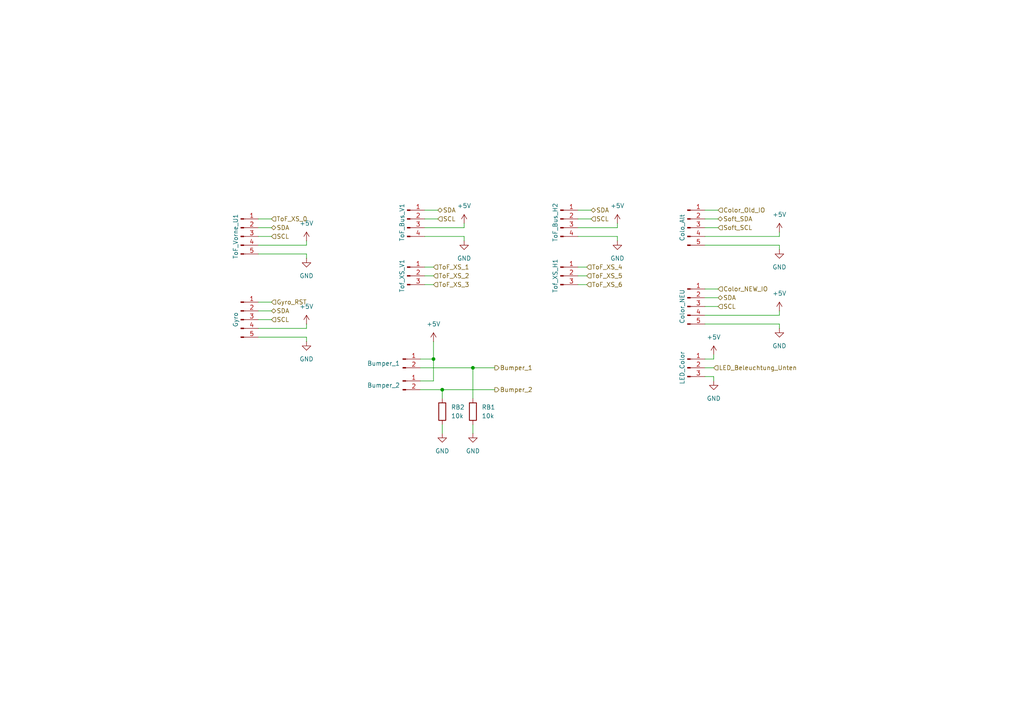
<source format=kicad_sch>
(kicad_sch (version 20250114) (generator "eeschema") (generator_version "9.0")
  (paper "A4")
  (lib_symbols
    (symbol "Connector:Conn_01x02_Pin" (pin_names (offset 1.016) (hide yes))
      (property "Reference" "J" (at 0 2.54 0))
      (property "Value" "Conn_01x02_Pin" (at 0 -5.08 0))
      (symbol "Conn_01x02_Pin_1_1"
        (rectangle (start 0.8636 0.127) (end 0 -0.127) (stroke (width 0.1524)) (fill (type outline)))
        (rectangle (start 0.8636 -2.413) (end 0 -2.667) (stroke (width 0.1524)) (fill (type outline)))
        (polyline (pts (xy 1.27 0) (xy 0.8636 0)) (stroke (width 0.1524)))
        (polyline (pts (xy 1.27 -2.54) (xy 0.8636 -2.54)) (stroke (width 0.1524)))
        (pin passive line (at 5.08 0 180) (length 3.81) (name "Pin_1") (number "1"))
        (pin passive line (at 5.08 -2.54 180) (length 3.81) (name "Pin_2") (number "2"))
      )
    )
    (symbol "Connector:Conn_01x03_Pin" (pin_names (offset 1.016) (hide yes))
      (property "Reference" "J" (at 0 5.08 0))
      (property "Value" "Conn_01x03_Pin" (at 0 -5.08 0))
      (symbol "Conn_01x03_Pin_1_1"
        (rectangle (start 0.8636 2.667) (end 0 2.413) (stroke (width 0.1524)) (fill (type outline)))
        (rectangle (start 0.8636 0.127) (end 0 -0.127) (stroke (width 0.1524)) (fill (type outline)))
        (rectangle (start 0.8636 -2.413) (end 0 -2.667) (stroke (width 0.1524)) (fill (type outline)))
        (polyline (pts (xy 1.27 2.54) (xy 0.8636 2.54)) (stroke (width 0.1524)))
        (polyline (pts (xy 1.27 0) (xy 0.8636 0)) (stroke (width 0.1524)))
        (polyline (pts (xy 1.27 -2.54) (xy 0.8636 -2.54)) (stroke (width 0.1524)))
        (pin passive line (at 5.08 2.54 180) (length 3.81) (name "Pin_1") (number "1"))
        (pin passive line (at 5.08 0 180) (length 3.81) (name "Pin_2") (number "2"))
        (pin passive line (at 5.08 -2.54 180) (length 3.81) (name "Pin_3") (number "3"))
      )
    )
    (symbol "Connector:Conn_01x04_Pin" (pin_names (offset 1.016) (hide yes))
      (property "Reference" "J" (at 0 5.08 0))
      (property "Value" "Conn_01x04_Pin" (at 0 -7.62 0))
      (symbol "Conn_01x04_Pin_1_1"
        (rectangle (start 0.8636 2.667) (end 0 2.413) (stroke (width 0.1524)) (fill (type outline)))
        (rectangle (start 0.8636 0.127) (end 0 -0.127) (stroke (width 0.1524)) (fill (type outline)))
        (rectangle (start 0.8636 -2.413) (end 0 -2.667) (stroke (width 0.1524)) (fill (type outline)))
        (rectangle (start 0.8636 -4.953) (end 0 -5.207) (stroke (width 0.1524)) (fill (type outline)))
        (polyline (pts (xy 1.27 2.54) (xy 0.8636 2.54)) (stroke (width 0.1524)))
        (polyline (pts (xy 1.27 0) (xy 0.8636 0)) (stroke (width 0.1524)))
        (polyline (pts (xy 1.27 -2.54) (xy 0.8636 -2.54)) (stroke (width 0.1524)))
        (polyline (pts (xy 1.27 -5.08) (xy 0.8636 -5.08)) (stroke (width 0.1524)))
        (pin passive line (at 5.08 2.54 180) (length 3.81) (name "Pin_1") (number "1"))
        (pin passive line (at 5.08 0 180) (length 3.81) (name "Pin_2") (number "2"))
        (pin passive line (at 5.08 -2.54 180) (length 3.81) (name "Pin_3") (number "3"))
        (pin passive line (at 5.08 -5.08 180) (length 3.81) (name "Pin_4") (number "4"))
      )
    )
    (symbol "Connector:Conn_01x05_Pin" (pin_names (offset 1.016) (hide yes))
      (property "Reference" "J" (at 0 7.62 0))
      (property "Value" "Conn_01x05_Pin" (at 0 -7.62 0))
      (symbol "Conn_01x05_Pin_1_1"
        (rectangle (start 0.8636 5.207) (end 0 4.953) (stroke (width 0.1524)) (fill (type outline)))
        (rectangle (start 0.8636 2.667) (end 0 2.413) (stroke (width 0.1524)) (fill (type outline)))
        (rectangle (start 0.8636 0.127) (end 0 -0.127) (stroke (width 0.1524)) (fill (type outline)))
        (rectangle (start 0.8636 -2.413) (end 0 -2.667) (stroke (width 0.1524)) (fill (type outline)))
        (rectangle (start 0.8636 -4.953) (end 0 -5.207) (stroke (width 0.1524)) (fill (type outline)))
        (polyline (pts (xy 1.27 5.08) (xy 0.8636 5.08)) (stroke (width 0.1524)))
        (polyline (pts (xy 1.27 2.54) (xy 0.8636 2.54)) (stroke (width 0.1524)))
        (polyline (pts (xy 1.27 0) (xy 0.8636 0)) (stroke (width 0.1524)))
        (polyline (pts (xy 1.27 -2.54) (xy 0.8636 -2.54)) (stroke (width 0.1524)))
        (polyline (pts (xy 1.27 -5.08) (xy 0.8636 -5.08)) (stroke (width 0.1524)))
        (pin passive line (at 5.08 5.08 180) (length 3.81) (name "Pin_1") (number "1"))
        (pin passive line (at 5.08 2.54 180) (length 3.81) (name "Pin_2") (number "2"))
        (pin passive line (at 5.08 0 180) (length 3.81) (name "Pin_3") (number "3"))
        (pin passive line (at 5.08 -2.54 180) (length 3.81) (name "Pin_4") (number "4"))
        (pin passive line (at 5.08 -5.08 180) (length 3.81) (name "Pin_5") (number "5"))
      )
    )
    (symbol "Device:R" (pin_numbers (hide yes)) (pin_names (offset 0))
      (property "Reference" "R" (at 2.032 0 90))
      (property "Value" "R" (at 0 0 90))
      (symbol "R_0_1"
        (rectangle (start -1.016 -2.54) (end 1.016 2.54) (stroke (width 0.254)))
      )
      (symbol "R_1_1"
        (pin passive line (at 0 3.81 270) (length 1.27) (name "~") (number "1"))
        (pin passive line (at 0 -3.81 90) (length 1.27) (name "~") (number "2"))
      )
    )
    (symbol "power:+5V" (power) (pin_numbers (hide yes)) (pin_names (offset 0) (hide yes))
      (property "Value" "+5V" (at 0 3.556 0))
      (symbol "+5V_0_1"
        (polyline (pts (xy -0.762 1.27) (xy 0 2.54)))
        (polyline (pts (xy 0 2.54) (xy 0.762 1.27)))
        (polyline (pts (xy 0 0) (xy 0 2.54)))
      )
      (symbol "+5V_1_1"
        (pin power_in line (at 0 0 90) (length 0) (name "~") (number "1"))
      )
    )
    (symbol "power:GND" (power) (pin_numbers (hide yes)) (pin_names (offset 0) (hide yes))
      (property "Value" "GND" (at 0 -3.81 0))
      (symbol "GND_0_1"
        (polyline (pts (xy 0 0) (xy 0 -1.27) (xy 1.27 -1.27) (xy 0 -2.54) (xy -1.27 -1.27) (xy 0 -1.27)))
      )
      (symbol "GND_1_1"
        (pin power_in line (at 0 0 270) (length 0) (name "~") (number "1"))
      )
    )
  )
  (junction (at 125.73 104.14))
  (junction (at 137.16 106.68))
  (junction (at 128.27 113.03))
  (wire (pts (xy 74.93 97.79) (xy 88.9 97.79)))
  (wire (pts (xy 88.9 69.85) (xy 88.9 71.12)))
  (wire (pts (xy 207.01 102.87) (xy 207.01 104.14)))
  (wire (pts (xy 123.19 63.5) (xy 127 63.5)))
  (wire (pts (xy 128.27 113.03) (xy 128.27 115.57)))
  (wire (pts (xy 88.9 93.98) (xy 88.9 95.25)))
  (wire (pts (xy 204.47 83.82) (xy 208.28 83.82)))
  (wire (pts (xy 128.27 113.03) (xy 143.51 113.03)))
  (wire (pts (xy 204.47 106.68) (xy 207.01 106.68)))
  (wire (pts (xy 134.62 68.58) (xy 134.62 69.85)))
  (wire (pts (xy 74.93 71.12) (xy 88.9 71.12)))
  (wire (pts (xy 179.07 64.77) (xy 179.07 66.04)))
  (wire (pts (xy 167.64 66.04) (xy 179.07 66.04)))
  (wire (pts (xy 74.93 92.71) (xy 78.74 92.71)))
  (wire (pts (xy 167.64 63.5) (xy 171.45 63.5)))
  (wire (pts (xy 74.93 90.17) (xy 78.74 90.17)))
  (wire (pts (xy 167.64 80.01) (xy 170.18 80.01)))
  (wire (pts (xy 204.47 109.22) (xy 207.01 109.22)))
  (wire (pts (xy 74.93 87.63) (xy 78.74 87.63)))
  (wire (pts (xy 226.06 67.31) (xy 226.06 68.58)))
  (wire (pts (xy 121.92 110.49) (xy 125.73 110.49)))
  (wire (pts (xy 125.73 99.06) (xy 125.73 104.14)))
  (wire (pts (xy 134.62 64.77) (xy 134.62 66.04)))
  (wire (pts (xy 123.19 80.01) (xy 125.73 80.01)))
  (wire (pts (xy 121.92 106.68) (xy 137.16 106.68)))
  (wire (pts (xy 128.27 123.19) (xy 128.27 125.73)))
  (wire (pts (xy 204.47 93.98) (xy 226.06 93.98)))
  (wire (pts (xy 204.47 60.96) (xy 208.28 60.96)))
  (wire (pts (xy 74.93 73.66) (xy 88.9 73.66)))
  (wire (pts (xy 123.19 68.58) (xy 134.62 68.58)))
  (wire (pts (xy 204.47 63.5) (xy 208.28 63.5)))
  (wire (pts (xy 74.93 68.58) (xy 78.74 68.58)))
  (wire (pts (xy 123.19 77.47) (xy 125.73 77.47)))
  (wire (pts (xy 204.47 88.9) (xy 208.28 88.9)))
  (wire (pts (xy 88.9 99.06) (xy 88.9 97.79)))
  (wire (pts (xy 137.16 106.68) (xy 143.51 106.68)))
  (wire (pts (xy 88.9 74.93) (xy 88.9 73.66)))
  (wire (pts (xy 226.06 95.25) (xy 226.06 93.98)))
  (wire (pts (xy 167.64 60.96) (xy 171.45 60.96)))
  (wire (pts (xy 167.64 77.47) (xy 170.18 77.47)))
  (wire (pts (xy 167.64 68.58) (xy 179.07 68.58)))
  (wire (pts (xy 204.47 66.04) (xy 208.28 66.04)))
  (wire (pts (xy 204.47 71.12) (xy 226.06 71.12)))
  (wire (pts (xy 123.19 60.96) (xy 127 60.96)))
  (wire (pts (xy 167.64 82.55) (xy 170.18 82.55)))
  (wire (pts (xy 123.19 66.04) (xy 134.62 66.04)))
  (wire (pts (xy 74.93 63.5) (xy 78.74 63.5)))
  (wire (pts (xy 121.92 113.03) (xy 128.27 113.03)))
  (wire (pts (xy 226.06 90.17) (xy 226.06 91.44)))
  (wire (pts (xy 226.06 72.39) (xy 226.06 71.12)))
  (wire (pts (xy 204.47 68.58) (xy 226.06 68.58)))
  (wire (pts (xy 179.07 68.58) (xy 179.07 69.85)))
  (wire (pts (xy 137.16 106.68) (xy 137.16 115.57)))
  (wire (pts (xy 123.19 82.55) (xy 125.73 82.55)))
  (wire (pts (xy 74.93 66.04) (xy 78.74 66.04)))
  (wire (pts (xy 125.73 104.14) (xy 125.73 110.49)))
  (wire (pts (xy 137.16 123.19) (xy 137.16 125.73)))
  (wire (pts (xy 207.01 109.22) (xy 207.01 110.49)))
  (wire (pts (xy 74.93 95.25) (xy 88.9 95.25)))
  (wire (pts (xy 204.47 86.36) (xy 208.28 86.36)))
  (wire (pts (xy 204.47 104.14) (xy 207.01 104.14)))
  (wire (pts (xy 204.47 91.44) (xy 226.06 91.44)))
  (wire (pts (xy 121.92 104.14) (xy 125.73 104.14)))
  (hierarchical_label "SDA" (shape bidirectional) (at 78.74 90.17 0))
  (hierarchical_label "Bumper_1" (shape output) (at 143.51 106.68 0))
  (hierarchical_label "SCL" (shape input) (at 171.45 63.5 0))
  (hierarchical_label "SDA" (shape bidirectional) (at 78.74 66.04 0))
  (hierarchical_label "Color_NEW_IO" (shape input) (at 208.28 83.82 0))
  (hierarchical_label "SCL" (shape input) (at 127 63.5 0))
  (hierarchical_label "ToF_XS_2" (shape input) (at 125.73 80.01 0))
  (hierarchical_label "ToF_XS_0" (shape input) (at 78.74 63.5 0))
  (hierarchical_label "SCL" (shape input) (at 78.74 92.71 0))
  (hierarchical_label "ToF_XS_4" (shape input) (at 170.18 77.47 0))
  (hierarchical_label "Soft_SCL" (shape input) (at 208.28 66.04 0))
  (hierarchical_label "ToF_XS_1" (shape input) (at 125.73 77.47 0))
  (hierarchical_label "ToF_XS_5" (shape input) (at 170.18 80.01 0))
  (hierarchical_label "Bumper_2" (shape output) (at 143.51 113.03 0))
  (hierarchical_label "Soft_SDA" (shape bidirectional) (at 208.28 63.5 0))
  (hierarchical_label "Gyro_RST" (shape input) (at 78.74 87.63 0))
  (hierarchical_label "SCL" (shape input) (at 208.28 88.9 0))
  (hierarchical_label "SDA" (shape bidirectional) (at 208.28 86.36 0))
  (hierarchical_label "SCL" (shape input) (at 78.74 68.58 0))
  (hierarchical_label "SDA" (shape bidirectional) (at 171.45 60.96 0))
  (hierarchical_label "ToF_XS_3" (shape input) (at 125.73 82.55 0))
  (hierarchical_label "Color_Old_IO" (shape input) (at 208.28 60.96 0))
  (hierarchical_label "ToF_XS_6" (shape input) (at 170.18 82.55 0))
  (hierarchical_label "SDA" (shape bidirectional) (at 127 60.96 0))
  (hierarchical_label "LED_Beleuchtung_Unten" (shape input) (at 207.01 106.68 0))
  (symbol (lib_id "Connector:Conn_01x04_Pin") (at 162.56 63.5 0) (unit 1)
    (property "Reference" "ToF_Bus_H2" (at 161.036 64.516 90))
    (property "Value" "Conn_01x04_Pin" (effects (hide yes)))
    (property "Description" "Generic connector, single row, 01x04, script generated" (effects (hide yes)))
  )
  (symbol (lib_id "power:GND") (at 179.07 69.85 0) (unit 1)
    (property "Reference" "#PWR08" (effects (hide yes)))
    (property "Value" "GND" (at 179.07 74.93 0))
    (property "Description" "Power symbol creates a global label with name \"GND\" , ground" (effects (hide yes)))
  )
  (symbol (lib_id "power:+5V") (at 226.06 67.31 0) (unit 1)
    (property "Reference" "#PWR012" (effects (hide yes)))
    (property "Value" "+5V" (at 226.06 62.23 0))
    (property "Description" "Power symbol creates a global label with name \"+5V\"" (effects (hide yes)))
  )
  (symbol (lib_id "Connector:Conn_01x05_Pin") (at 199.39 88.9 0) (unit 1)
    (property "Reference" "Color_NEU" (at 197.866 88.9 90))
    (property "Value" "Conn_01x05_Pin" (effects (hide yes)))
    (property "Description" "Generic connector, single row, 01x05, script generated" (effects (hide yes)))
  )
  (symbol (lib_id "Connector:Conn_01x04_Pin") (at 118.11 63.5 0) (unit 1)
    (property "Reference" "ToF_Bus_V1" (at 116.586 64.516 90))
    (property "Value" "Conn_01x04_Pin" (effects (hide yes)))
    (property "Description" "Generic connector, single row, 01x04, script generated" (effects (hide yes)))
  )
  (symbol (lib_id "power:+5V") (at 226.06 90.17 0) (unit 1)
    (property "Reference" "#PWR014" (effects (hide yes)))
    (property "Value" "+5V" (at 226.06 85.09 0))
    (property "Description" "Power symbol creates a global label with name \"+5V\"" (effects (hide yes)))
  )
  (symbol (lib_id "power:+5V") (at 134.62 64.77 0) (unit 1)
    (property "Reference" "#PWR01" (effects (hide yes)))
    (property "Value" "+5V" (at 134.62 59.69 0))
    (property "Description" "Power symbol creates a global label with name \"+5V\"" (effects (hide yes)))
  )
  (symbol (lib_id "power:+5V") (at 88.9 93.98 0) (unit 1)
    (property "Reference" "#PWR018" (effects (hide yes)))
    (property "Value" "+5V" (at 88.9 88.9 0))
    (property "Description" "Power symbol creates a global label with name \"+5V\"" (effects (hide yes)))
  )
  (symbol (lib_id "power:GND") (at 226.06 95.25 0) (unit 1)
    (property "Reference" "#PWR015" (effects (hide yes)))
    (property "Value" "GND" (at 226.06 100.33 0))
    (property "Description" "Power symbol creates a global label with name \"GND\" , ground" (effects (hide yes)))
  )
  (symbol (lib_id "power:GND") (at 88.9 99.06 0) (unit 1)
    (property "Reference" "#PWR019" (effects (hide yes)))
    (property "Value" "GND" (at 88.9 104.14 0))
    (property "Description" "Power symbol creates a global label with name \"GND\" , ground" (effects (hide yes)))
  )
  (symbol (lib_id "Connector:Conn_01x03_Pin") (at 199.39 106.68 0) (unit 1)
    (property "Reference" "LED_Color" (at 197.866 106.68 90))
    (property "Value" "Conn_01x03_Pin" (effects (hide yes)))
    (property "Description" "Generic connector, single row, 01x03, script generated" (effects (hide yes)))
  )
  (symbol (lib_id "power:+5V") (at 125.73 99.06 0) (unit 1)
    (property "Reference" "#PWR09" (effects (hide yes)))
    (property "Value" "+5V" (at 125.73 93.98 0))
    (property "Description" "Power symbol creates a global label with name \"+5V\"" (effects (hide yes)))
  )
  (symbol (lib_id "Connector:Conn_01x05_Pin") (at 69.85 68.58 0) (unit 1)
    (property "Reference" "ToF_Vorne_U1" (at 68.326 68.58 90))
    (property "Value" "Conn_01x05_Pin" (effects (hide yes)))
    (property "Description" "Generic connector, single row, 01x05, script generated" (effects (hide yes)))
  )
  (symbol (lib_id "Connector:Conn_01x02_Pin") (at 116.84 104.14 0) (unit 1)
    (property "Reference" "Bumper_1" (at 111.252 105.41 0))
    (property "Value" "Conn_01x02_Pin" (effects (hide yes)))
    (property "Description" "Generic connector, single row, 01x02, script generated" (effects (hide yes)))
  )
  (symbol (lib_id "Connector:Conn_01x02_Pin") (at 116.84 110.49 0) (unit 1)
    (property "Reference" "Bumper_2" (at 111.252 111.76 0))
    (property "Value" "Conn_01x02_Pin" (effects (hide yes)))
    (property "Description" "Generic connector, single row, 01x02, script generated" (effects (hide yes)))
  )
  (symbol (lib_id "Connector:Conn_01x05_Pin") (at 69.85 92.71 0) (unit 1)
    (property "Reference" "Gyro" (at 68.326 92.71 90))
    (property "Value" "Conn_01x05_Pin" (effects (hide yes)))
    (property "Description" "Generic connector, single row, 01x05, script generated" (effects (hide yes)))
  )
  (symbol (lib_id "power:GND") (at 137.16 125.73 0) (unit 1)
    (property "Reference" "#PWR011" (effects (hide yes)))
    (property "Value" "GND" (at 137.16 130.81 0))
    (property "Description" "Power symbol creates a global label with name \"GND\" , ground" (effects (hide yes)))
  )
  (symbol (lib_id "power:GND") (at 207.01 110.49 0) (unit 1)
    (property "Reference" "#PWR029" (effects (hide yes)))
    (property "Value" "GND" (at 207.01 115.57 0))
    (property "Description" "Power symbol creates a global label with name \"GND\" , ground" (effects (hide yes)))
  )
  (symbol (lib_id "power:+5V") (at 207.01 102.87 0) (unit 1)
    (property "Reference" "#PWR028" (effects (hide yes)))
    (property "Value" "+5V" (at 207.01 97.79 0))
    (property "Description" "Power symbol creates a global label with name \"+5V\"" (effects (hide yes)))
  )
  (symbol (lib_id "Device:R") (at 137.16 119.38 0) (unit 1)
    (property "Reference" "RB1" (at 139.7 118.1099 0) (effects (justify left)))
    (property "Value" "10k" (at 139.7 120.6499 0) (effects (justify left)))
    (property "Footprint" "Resistor_SMD:R_1206_3216Metric_Pad1.30x1.75mm_HandSolder" (effects (hide yes)))
    (property "Description" "Resistor" (effects (hide yes)))
  )
  (symbol (lib_id "power:GND") (at 88.9 74.93 0) (unit 1)
    (property "Reference" "#PWR017" (effects (hide yes)))
    (property "Value" "GND" (at 88.9 80.01 0))
    (property "Description" "Power symbol creates a global label with name \"GND\" , ground" (effects (hide yes)))
  )
  (symbol (lib_id "power:GND") (at 134.62 69.85 0) (unit 1)
    (property "Reference" "#PWR02" (effects (hide yes)))
    (property "Value" "GND" (at 134.62 74.93 0))
    (property "Description" "Power symbol creates a global label with name \"GND\" , ground" (effects (hide yes)))
  )
  (symbol (lib_id "power:GND") (at 128.27 125.73 0) (unit 1)
    (property "Reference" "#PWR010" (effects (hide yes)))
    (property "Value" "GND" (at 128.27 130.81 0))
    (property "Description" "Power symbol creates a global label with name \"GND\" , ground" (effects (hide yes)))
  )
  (symbol (lib_id "Connector:Conn_01x03_Pin") (at 118.11 80.01 0) (unit 1)
    (property "Reference" "Tof_XS_V1" (at 116.586 80.01 90))
    (property "Value" "Conn_01x03_Pin" (effects (hide yes)))
    (property "Description" "Generic connector, single row, 01x03, script generated" (effects (hide yes)))
  )
  (symbol (lib_id "power:+5V") (at 179.07 64.77 0) (unit 1)
    (property "Reference" "#PWR03" (effects (hide yes)))
    (property "Value" "+5V" (at 179.07 59.69 0))
    (property "Description" "Power symbol creates a global label with name \"+5V\"" (effects (hide yes)))
  )
  (symbol (lib_id "Connector:Conn_01x03_Pin") (at 162.56 80.01 0) (unit 1)
    (property "Reference" "Tof_XS_H1" (at 161.036 80.01 90))
    (property "Value" "Conn_01x03_Pin" (effects (hide yes)))
    (property "Description" "Generic connector, single row, 01x03, script generated" (effects (hide yes)))
  )
  (symbol (lib_id "Connector:Conn_01x05_Pin") (at 199.39 66.04 0) (unit 1)
    (property "Reference" "Colo_Alt" (at 197.866 66.04 90))
    (property "Value" "Conn_01x05_Pin" (effects (hide yes)))
    (property "Description" "Generic connector, single row, 01x05, script generated" (effects (hide yes)))
  )
  (symbol (lib_id "power:+5V") (at 88.9 69.85 0) (unit 1)
    (property "Reference" "#PWR016" (effects (hide yes)))
    (property "Value" "+5V" (at 88.9 64.77 0))
    (property "Description" "Power symbol creates a global label with name \"+5V\"" (effects (hide yes)))
  )
  (symbol (lib_id "Device:R") (at 128.27 119.38 0) (unit 1)
    (property "Reference" "RB2" (at 130.81 118.1099 0) (effects (justify left)))
    (property "Value" "10k" (at 130.81 120.6499 0) (effects (justify left)))
    (property "Footprint" "Resistor_SMD:R_1206_3216Metric_Pad1.30x1.75mm_HandSolder" (effects (hide yes)))
    (property "Description" "Resistor" (effects (hide yes)))
  )
  (symbol (lib_id "power:GND") (at 226.06 72.39 0) (unit 1)
    (property "Reference" "#PWR013" (effects (hide yes)))
    (property "Value" "GND" (at 226.06 77.47 0))
    (property "Description" "Power symbol creates a global label with name \"GND\" , ground" (effects (hide yes)))
  )
)
</source>
